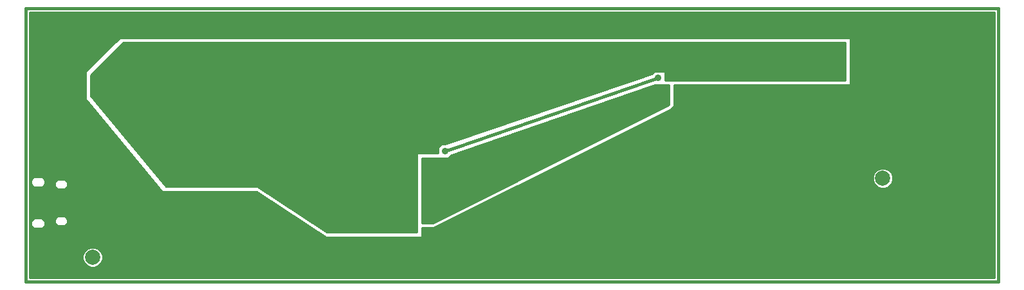
<source format=gbl>
G04 (created by PCBNEW-RS274X (2012-apr-16-27)-stable) date 2013-01-24T21:57:43 CET*
G01*
G70*
G90*
%MOIN*%
G04 Gerber Fmt 3.4, Leading zero omitted, Abs format*
%FSLAX34Y34*%
G04 APERTURE LIST*
%ADD10C,0.006000*%
%ADD11C,0.015000*%
%ADD12C,0.078700*%
%ADD13C,0.035000*%
%ADD14C,0.015700*%
%ADD15C,0.010000*%
G04 APERTURE END LIST*
G54D10*
G54D11*
X05827Y-30394D02*
X05827Y-16220D01*
X56220Y-30394D02*
X05827Y-30394D01*
X56220Y-16220D02*
X56220Y-30394D01*
X05827Y-16220D02*
X56220Y-16220D01*
G54D12*
X09291Y-29134D03*
X50236Y-25039D03*
G54D13*
X13386Y-24724D03*
X09921Y-20787D03*
X11496Y-18583D03*
X11496Y-20787D03*
X47717Y-18583D03*
X21575Y-27244D03*
X38583Y-19843D03*
X27559Y-23622D03*
X09449Y-22677D03*
X09449Y-27559D03*
X37480Y-22835D03*
X35748Y-27402D03*
X37638Y-29291D03*
X40000Y-29291D03*
X37480Y-25669D03*
X42520Y-26772D03*
X38583Y-21102D03*
X26772Y-26929D03*
G54D14*
X09921Y-20787D02*
X13386Y-24724D01*
X47717Y-18583D02*
X11496Y-18583D01*
X11496Y-20787D02*
X21575Y-27244D01*
X27559Y-23622D02*
X38583Y-19843D01*
X09449Y-22677D02*
X09449Y-27559D01*
X35749Y-27402D02*
X35748Y-27402D01*
X37480Y-22835D02*
X37480Y-25669D01*
X40001Y-29291D02*
X40000Y-29291D01*
X42520Y-26772D02*
X40001Y-29291D01*
X37638Y-29291D02*
X35749Y-27402D01*
X26772Y-26929D02*
X38583Y-21102D01*
G54D10*
G36*
X39163Y-21229D02*
X26917Y-27352D01*
X26349Y-27352D01*
X26349Y-23987D01*
X27738Y-23987D01*
X27901Y-23824D01*
X38433Y-20207D01*
X39163Y-20207D01*
X39163Y-21229D01*
X39163Y-21229D01*
G37*
G54D15*
X39163Y-21229D02*
X26917Y-27352D01*
X26349Y-27352D01*
X26349Y-23987D01*
X27738Y-23987D01*
X27901Y-23824D01*
X38433Y-20207D01*
X39163Y-20207D01*
X39163Y-21229D01*
G54D10*
G36*
X48296Y-19950D02*
X38948Y-19950D01*
X38948Y-19478D01*
X38404Y-19478D01*
X38241Y-19641D01*
X27551Y-23257D01*
X27381Y-23257D01*
X27194Y-23444D01*
X27194Y-23730D01*
X26092Y-23730D01*
X26092Y-27824D01*
X21432Y-27824D01*
X17810Y-25462D01*
X13094Y-25462D01*
X09184Y-20769D01*
X09184Y-19706D01*
X10887Y-18003D01*
X48296Y-18003D01*
X48296Y-19950D01*
X48296Y-19950D01*
G37*
G54D15*
X48296Y-19950D02*
X38948Y-19950D01*
X38948Y-19478D01*
X38404Y-19478D01*
X38241Y-19641D01*
X27551Y-23257D01*
X27381Y-23257D01*
X27194Y-23444D01*
X27194Y-23730D01*
X26092Y-23730D01*
X26092Y-27824D01*
X21432Y-27824D01*
X17810Y-25462D01*
X13094Y-25462D01*
X09184Y-20769D01*
X09184Y-19706D01*
X10887Y-18003D01*
X48296Y-18003D01*
X48296Y-19950D01*
G54D10*
G36*
X56016Y-30190D02*
X50758Y-30190D01*
X50758Y-25144D01*
X50758Y-24936D01*
X50679Y-24744D01*
X50532Y-24597D01*
X50341Y-24517D01*
X50133Y-24517D01*
X49941Y-24596D01*
X49794Y-24743D01*
X49714Y-24934D01*
X49714Y-25142D01*
X49793Y-25334D01*
X49940Y-25481D01*
X50131Y-25561D01*
X50339Y-25561D01*
X50531Y-25482D01*
X50678Y-25335D01*
X50758Y-25144D01*
X50758Y-30190D01*
X48554Y-30190D01*
X48554Y-20207D01*
X48554Y-17745D01*
X10688Y-17745D01*
X08926Y-19507D01*
X08926Y-20966D01*
X09097Y-21136D01*
X12889Y-25719D01*
X17780Y-25719D01*
X21402Y-28081D01*
X26349Y-28081D01*
X26349Y-27609D01*
X26941Y-27609D01*
X39243Y-21458D01*
X39420Y-21281D01*
X39420Y-20207D01*
X48554Y-20207D01*
X48554Y-30190D01*
X09813Y-30190D01*
X09813Y-29239D01*
X09813Y-29031D01*
X09734Y-28839D01*
X09587Y-28692D01*
X09396Y-28612D01*
X09188Y-28612D01*
X08996Y-28691D01*
X08849Y-28838D01*
X08769Y-29029D01*
X08769Y-29237D01*
X08848Y-29429D01*
X08995Y-29576D01*
X09186Y-29656D01*
X09394Y-29656D01*
X09586Y-29577D01*
X09733Y-29430D01*
X09813Y-29239D01*
X09813Y-30190D01*
X07986Y-30190D01*
X07986Y-27304D01*
X07986Y-27204D01*
X07986Y-25394D01*
X07986Y-25294D01*
X07948Y-25201D01*
X07877Y-25130D01*
X07784Y-25092D01*
X07684Y-25092D01*
X07516Y-25092D01*
X07423Y-25130D01*
X07352Y-25201D01*
X07314Y-25294D01*
X07314Y-25394D01*
X07352Y-25487D01*
X07423Y-25558D01*
X07516Y-25596D01*
X07616Y-25596D01*
X07784Y-25596D01*
X07877Y-25558D01*
X07948Y-25487D01*
X07986Y-25394D01*
X07986Y-27204D01*
X07948Y-27111D01*
X07877Y-27040D01*
X07784Y-27002D01*
X07684Y-27002D01*
X07516Y-27002D01*
X07423Y-27040D01*
X07352Y-27111D01*
X07314Y-27204D01*
X07314Y-27304D01*
X07352Y-27397D01*
X07423Y-27468D01*
X07516Y-27506D01*
X07616Y-27506D01*
X07784Y-27506D01*
X07877Y-27468D01*
X07948Y-27397D01*
X07986Y-27304D01*
X07986Y-30190D01*
X06824Y-30190D01*
X06824Y-27424D01*
X06824Y-27320D01*
X06824Y-25278D01*
X06824Y-25174D01*
X06784Y-25078D01*
X06710Y-25004D01*
X06614Y-24964D01*
X06510Y-24964D01*
X06300Y-24964D01*
X06204Y-25004D01*
X06130Y-25078D01*
X06090Y-25174D01*
X06090Y-25278D01*
X06130Y-25374D01*
X06204Y-25448D01*
X06300Y-25488D01*
X06404Y-25488D01*
X06614Y-25488D01*
X06710Y-25448D01*
X06784Y-25374D01*
X06824Y-25278D01*
X06824Y-27320D01*
X06784Y-27224D01*
X06710Y-27150D01*
X06614Y-27110D01*
X06510Y-27110D01*
X06300Y-27110D01*
X06204Y-27150D01*
X06130Y-27224D01*
X06090Y-27320D01*
X06090Y-27424D01*
X06130Y-27520D01*
X06204Y-27594D01*
X06300Y-27634D01*
X06404Y-27634D01*
X06614Y-27634D01*
X06710Y-27594D01*
X06784Y-27520D01*
X06824Y-27424D01*
X06824Y-30190D01*
X06031Y-30190D01*
X06031Y-16424D01*
X56016Y-16424D01*
X56016Y-30190D01*
X56016Y-30190D01*
G37*
G54D15*
X56016Y-30190D02*
X50758Y-30190D01*
X50758Y-25144D01*
X50758Y-24936D01*
X50679Y-24744D01*
X50532Y-24597D01*
X50341Y-24517D01*
X50133Y-24517D01*
X49941Y-24596D01*
X49794Y-24743D01*
X49714Y-24934D01*
X49714Y-25142D01*
X49793Y-25334D01*
X49940Y-25481D01*
X50131Y-25561D01*
X50339Y-25561D01*
X50531Y-25482D01*
X50678Y-25335D01*
X50758Y-25144D01*
X50758Y-30190D01*
X48554Y-30190D01*
X48554Y-20207D01*
X48554Y-17745D01*
X10688Y-17745D01*
X08926Y-19507D01*
X08926Y-20966D01*
X09097Y-21136D01*
X12889Y-25719D01*
X17780Y-25719D01*
X21402Y-28081D01*
X26349Y-28081D01*
X26349Y-27609D01*
X26941Y-27609D01*
X39243Y-21458D01*
X39420Y-21281D01*
X39420Y-20207D01*
X48554Y-20207D01*
X48554Y-30190D01*
X09813Y-30190D01*
X09813Y-29239D01*
X09813Y-29031D01*
X09734Y-28839D01*
X09587Y-28692D01*
X09396Y-28612D01*
X09188Y-28612D01*
X08996Y-28691D01*
X08849Y-28838D01*
X08769Y-29029D01*
X08769Y-29237D01*
X08848Y-29429D01*
X08995Y-29576D01*
X09186Y-29656D01*
X09394Y-29656D01*
X09586Y-29577D01*
X09733Y-29430D01*
X09813Y-29239D01*
X09813Y-30190D01*
X07986Y-30190D01*
X07986Y-27304D01*
X07986Y-27204D01*
X07986Y-25394D01*
X07986Y-25294D01*
X07948Y-25201D01*
X07877Y-25130D01*
X07784Y-25092D01*
X07684Y-25092D01*
X07516Y-25092D01*
X07423Y-25130D01*
X07352Y-25201D01*
X07314Y-25294D01*
X07314Y-25394D01*
X07352Y-25487D01*
X07423Y-25558D01*
X07516Y-25596D01*
X07616Y-25596D01*
X07784Y-25596D01*
X07877Y-25558D01*
X07948Y-25487D01*
X07986Y-25394D01*
X07986Y-27204D01*
X07948Y-27111D01*
X07877Y-27040D01*
X07784Y-27002D01*
X07684Y-27002D01*
X07516Y-27002D01*
X07423Y-27040D01*
X07352Y-27111D01*
X07314Y-27204D01*
X07314Y-27304D01*
X07352Y-27397D01*
X07423Y-27468D01*
X07516Y-27506D01*
X07616Y-27506D01*
X07784Y-27506D01*
X07877Y-27468D01*
X07948Y-27397D01*
X07986Y-27304D01*
X07986Y-30190D01*
X06824Y-30190D01*
X06824Y-27424D01*
X06824Y-27320D01*
X06824Y-25278D01*
X06824Y-25174D01*
X06784Y-25078D01*
X06710Y-25004D01*
X06614Y-24964D01*
X06510Y-24964D01*
X06300Y-24964D01*
X06204Y-25004D01*
X06130Y-25078D01*
X06090Y-25174D01*
X06090Y-25278D01*
X06130Y-25374D01*
X06204Y-25448D01*
X06300Y-25488D01*
X06404Y-25488D01*
X06614Y-25488D01*
X06710Y-25448D01*
X06784Y-25374D01*
X06824Y-25278D01*
X06824Y-27320D01*
X06784Y-27224D01*
X06710Y-27150D01*
X06614Y-27110D01*
X06510Y-27110D01*
X06300Y-27110D01*
X06204Y-27150D01*
X06130Y-27224D01*
X06090Y-27320D01*
X06090Y-27424D01*
X06130Y-27520D01*
X06204Y-27594D01*
X06300Y-27634D01*
X06404Y-27634D01*
X06614Y-27634D01*
X06710Y-27594D01*
X06784Y-27520D01*
X06824Y-27424D01*
X06824Y-30190D01*
X06031Y-30190D01*
X06031Y-16424D01*
X56016Y-16424D01*
X56016Y-30190D01*
M02*

</source>
